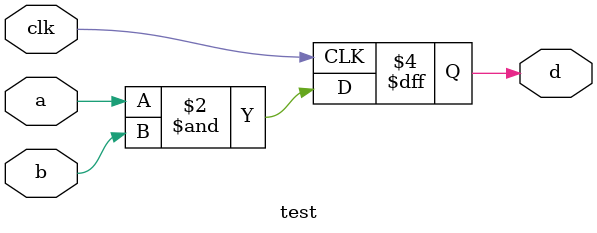
<source format=v>
/*
MIT License

Copyright (c) 2021 Ashwin-Rajesh

Permission is hereby granted, free of charge, to any person obtaining a copy
of this software and associated documentation files (the "Software"), to deal
in the Software without restriction, including without limitation the rights
to use, copy, modify, merge, publish, distribute, sublicense, and/or sell
copies of the Software, and to permit persons to whom the Software is
furnished to do so, subject to the following conditions:

The above copyright notice and this permission notice shall be included in all
copies or substantial portions of the Software.

THE SOFTWARE IS PROVIDED "AS IS", WITHOUT WARRANTY OF ANY KIND, EXPRESS OR
IMPLIED, INCLUDING BUT NOT LIMITED TO THE WARRANTIES OF MERCHANTABILITY,
FITNESS FOR A PARTICULAR PURPOSE AND NONINFRINGEMENT. IN NO EVENT SHALL THE
AUTHORS OR COPYRIGHT HOLDERS BE LIABLE FOR ANY CLAIM, DAMAGES OR OTHER
LIABILITY, WHETHER IN AN ACTION OF CONTRACT, TORT OR OTHERWISE, ARISING FROM,
OUT OF OR IN CONNECTION WITH THE SOFTWARE OR THE USE OR OTHER DEALINGS IN THE
SOFTWARE.
*/

module test(
    input a,
    input b,
    input clk,

    output reg d = 0
);

    always @(negedge clk) begin
        d <= a & b;
    end

endmodule

</source>
